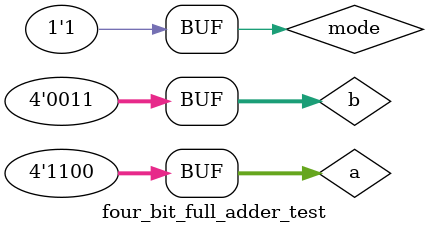
<source format=v>
module full_adder(s, c_out, a, b, c_in);
    input a, b, c_in;
    output s, c_out;

    wire and_a_b, and_b_c, and_c_a;

    xor(s, a, b, c_in);

    and(and_a_b, a, b);
    and(and_b_c, b, c_in);
    and(and_c_a, c_in, a);
    
    or(c_out, and_a_b, and_b_c, and_c_a);
endmodule

module four_bit_full_adder(s, c_out, a, b, mode);
    input mode;
    input [3:0] a;
    input [3:0] b;

    output c_out;
    output [3:0] s;

    wire [3:0] complement;
    wire [3:1] c;

    xor(complement[0], b[0], mode);
    xor(complement[1], b[1], mode);
    xor(complement[2], b[2], mode);
    xor(complement[3], b[3], mode);

    full_adder fa0(s[0], c[1], a[0], complement[0], mode);
    full_adder fa1(s[1], c[2], a[1], complement[1], c[1]);
    full_adder fa2(s[2], c[3], a[2], complement[2], c[2]);
    full_adder fa3(s[3], c_out, a[3], complement[3], c[3]);
endmodule

module four_bit_full_adder_test;
    reg [3:0] a;
    reg [3:0] b;
    reg mode;

    wire c_out;
    wire [3:0] sum;

    four_bit_full_adder fbfa(sum, c_out, a, b, mode);

    initial begin
        #0  a = 4'b11;   b = 4'b1;    mode = 0; // 4
        #50 a = 4'b100;  b = 4'b10;   mode = 0; // 6
        #50 a = 4'b101;  b = 4'b110;  mode = 0; // 11
        #50 a = 4'b110;  b = 4'b111;  mode = 0; // 13
        #50 a = 4'b111;  b = 4'b1000; mode = 0; // 15
        #50 a = 4'b1001; b = 4'b1000; mode = 1; // 1
        #50 a = 4'b1001; b = 4'b11;   mode = 1; // 6
        #50 a = 4'b1100; b = 4'b1000; mode = 1; // 4
        #50 a = 4'b1100; b = 4'b11;   mode = 1; // 9
    end
endmodule
</source>
